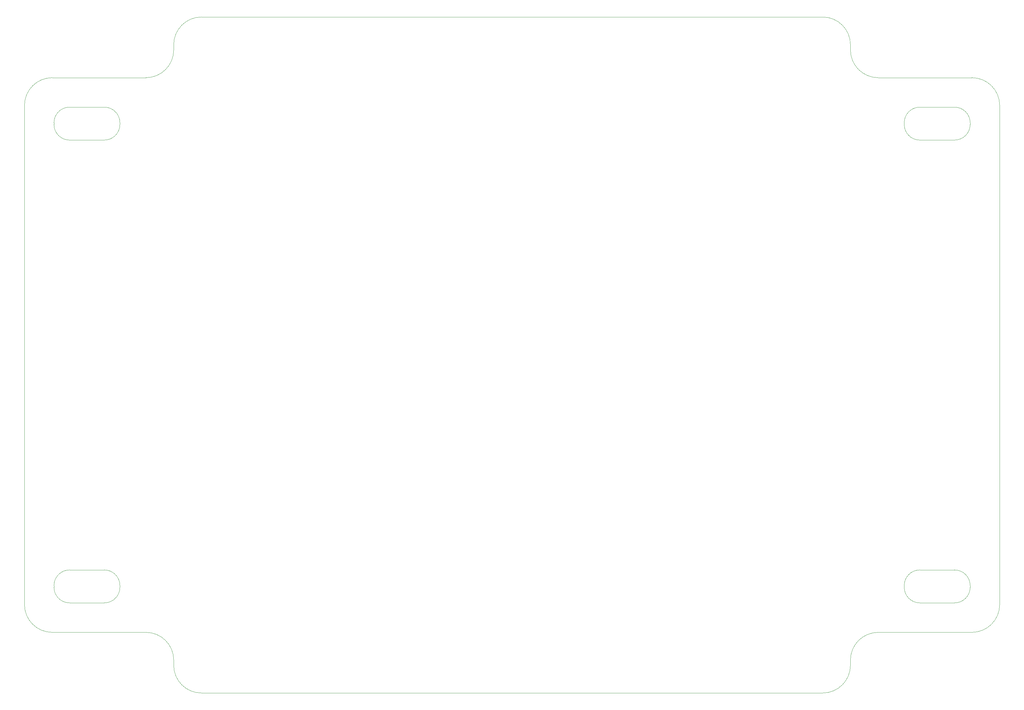
<source format=gbr>
G04 #@! TF.GenerationSoftware,KiCad,Pcbnew,(5.1.4)-1*
G04 #@! TF.CreationDate,2020-09-07T21:37:51+01:00*
G04 #@! TF.ProjectId,led-board,6c65642d-626f-4617-9264-2e6b69636164,rev?*
G04 #@! TF.SameCoordinates,Original*
G04 #@! TF.FileFunction,Profile,NP*
%FSLAX46Y46*%
G04 Gerber Fmt 4.6, Leading zero omitted, Abs format (unit mm)*
G04 Created by KiCad (PCBNEW (5.1.4)-1) date 2020-09-07 21:37:51*
%MOMM*%
%LPD*%
G04 APERTURE LIST*
%ADD10C,0.050000*%
G04 APERTURE END LIST*
D10*
X80000000Y-65000000D02*
X107000000Y-65000000D01*
X310000000Y-234500000D02*
G75*
G02X302000000Y-242500000I-8000000J0D01*
G01*
X310000000Y-233000000D02*
X310000000Y-234500000D01*
X310000000Y-233000000D02*
G75*
G02X318000000Y-225000000I8000000J0D01*
G01*
X345000000Y-225000000D02*
X318000000Y-225000000D01*
X123000000Y-242500000D02*
G75*
G02X115000000Y-234500000I0J8000000D01*
G01*
X115000000Y-233000000D02*
X115000000Y-234500000D01*
X107000000Y-225000000D02*
G75*
G02X115000000Y-233000000I0J-8000000D01*
G01*
X80000000Y-225000000D02*
X107000000Y-225000000D01*
X318000000Y-65000000D02*
X345000000Y-65000000D01*
X318000000Y-65000000D02*
G75*
G02X310000000Y-57000000I0J8000000D01*
G01*
X310000000Y-55500000D02*
X310000000Y-57000000D01*
X115000000Y-57000000D02*
X115000000Y-55500000D01*
X115000000Y-57000000D02*
G75*
G02X107000000Y-65000000I-8000000J0D01*
G01*
X330000000Y-83000000D02*
X340000000Y-83000000D01*
X345000000Y-65000000D02*
G75*
G02X353000000Y-73000000I0J-8000000D01*
G01*
X353000000Y-73000000D02*
X353000000Y-217000000D01*
X325500000Y-211500000D02*
G75*
G02X330000000Y-207000000I4500000J0D01*
G01*
X330000000Y-216500000D02*
G75*
G02X325500000Y-212000000I0J4500000D01*
G01*
X340000000Y-73500000D02*
X330000000Y-73500000D01*
X344500000Y-78500000D02*
G75*
G02X340000000Y-83000000I-4500000J0D01*
G01*
X344500000Y-212000000D02*
G75*
G02X340000000Y-216500000I-4500000J0D01*
G01*
X340000000Y-207000000D02*
G75*
G02X344500000Y-211500000I0J-4500000D01*
G01*
X340000000Y-207000000D02*
X330000000Y-207000000D01*
X325500000Y-78000000D02*
X325500000Y-78500000D01*
X344500000Y-78000000D02*
X344500000Y-78500000D01*
X325500000Y-78000000D02*
G75*
G02X330000000Y-73500000I4500000J0D01*
G01*
X330000000Y-216500000D02*
X340000000Y-216500000D01*
X344500000Y-211500000D02*
X344500000Y-212000000D01*
X340000000Y-73500000D02*
G75*
G02X344500000Y-78000000I0J-4500000D01*
G01*
X353000000Y-217000000D02*
G75*
G02X345000000Y-225000000I-8000000J0D01*
G01*
X325500000Y-211500000D02*
X325500000Y-212000000D01*
X330000000Y-83000000D02*
G75*
G02X325500000Y-78500000I0J4500000D01*
G01*
X123000000Y-47500000D02*
X302000000Y-47500000D01*
X115000000Y-55500000D02*
G75*
G02X123000000Y-47500000I8000000J0D01*
G01*
X302000000Y-47500000D02*
G75*
G02X310000000Y-55500000I0J-8000000D01*
G01*
X123000000Y-242500000D02*
X302000000Y-242500000D01*
X85000000Y-216500000D02*
G75*
G02X80500000Y-212000000I0J4500000D01*
G01*
X80500000Y-211500000D02*
G75*
G02X85000000Y-207000000I4500000J0D01*
G01*
X85000000Y-216500000D02*
X95000000Y-216500000D01*
X80500000Y-212000000D02*
X80500000Y-211500000D01*
X99500000Y-212000000D02*
X99500000Y-211500000D01*
X95000000Y-207000000D02*
X85000000Y-207000000D01*
X95000000Y-207000000D02*
G75*
G02X99500000Y-211500000I0J-4500000D01*
G01*
X99500000Y-212000000D02*
G75*
G02X95000000Y-216500000I-4500000J0D01*
G01*
X72000000Y-73000000D02*
G75*
G02X80000000Y-65000000I8000000J0D01*
G01*
X72000000Y-217000000D02*
X72000000Y-73000000D01*
X80000000Y-225000000D02*
G75*
G02X72000000Y-217000000I0J8000000D01*
G01*
X80500000Y-78500000D02*
X80500000Y-78000000D01*
X99500000Y-78500000D02*
X99500000Y-78000000D01*
X95000000Y-73500000D02*
X85000000Y-73500000D01*
X99500000Y-78500000D02*
G75*
G02X95000000Y-83000000I-4500000J0D01*
G01*
X95000000Y-73500000D02*
G75*
G02X99500000Y-78000000I0J-4500000D01*
G01*
X85000000Y-83000000D02*
X95000000Y-83000000D01*
X85000000Y-83000000D02*
G75*
G02X80500000Y-78500000I0J4500000D01*
G01*
X80500000Y-78000000D02*
G75*
G02X85000000Y-73500000I4500000J0D01*
G01*
M02*

</source>
